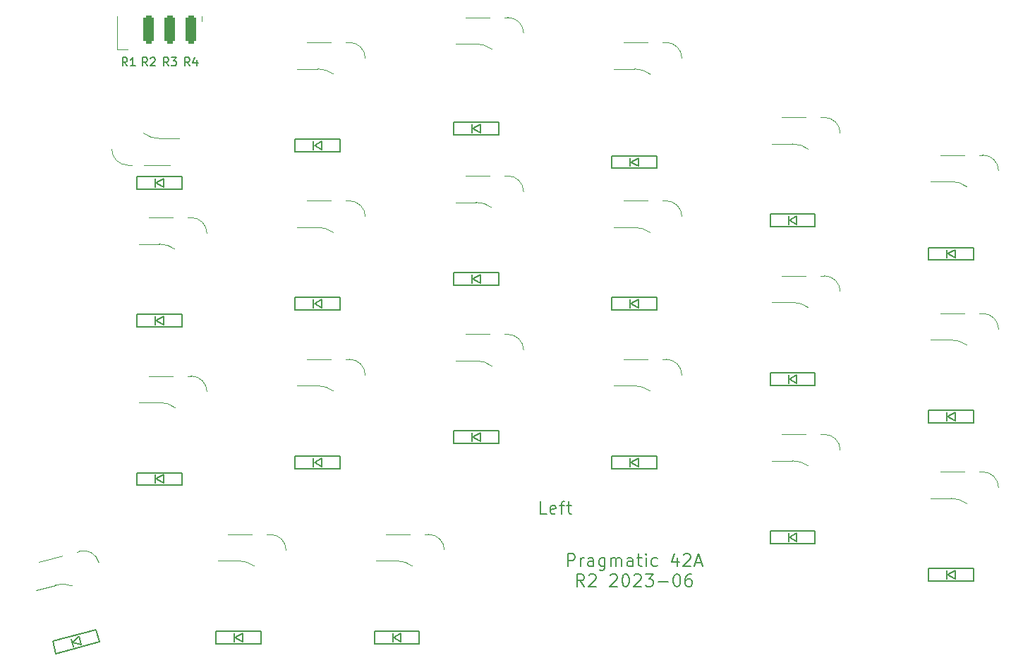
<source format=gto>
%TF.GenerationSoftware,KiCad,Pcbnew,7.0.2-0*%
%TF.CreationDate,2023-06-01T09:13:53+08:00*%
%TF.ProjectId,Input,496e7075-742e-46b6-9963-61645f706362,2*%
%TF.SameCoordinates,PX717cbc0PY58b1140*%
%TF.FileFunction,Legend,Top*%
%TF.FilePolarity,Positive*%
%FSLAX46Y46*%
G04 Gerber Fmt 4.6, Leading zero omitted, Abs format (unit mm)*
G04 Created by KiCad (PCBNEW 7.0.2-0) date 2023-06-01 09:13:53*
%MOMM*%
%LPD*%
G01*
G04 APERTURE LIST*
G04 Aperture macros list*
%AMRoundRect*
0 Rectangle with rounded corners*
0 $1 Rounding radius*
0 $2 $3 $4 $5 $6 $7 $8 $9 X,Y pos of 4 corners*
0 Add a 4 corners polygon primitive as box body*
4,1,4,$2,$3,$4,$5,$6,$7,$8,$9,$2,$3,0*
0 Add four circle primitives for the rounded corners*
1,1,$1+$1,$2,$3*
1,1,$1+$1,$4,$5*
1,1,$1+$1,$6,$7*
1,1,$1+$1,$8,$9*
0 Add four rect primitives between the rounded corners*
20,1,$1+$1,$2,$3,$4,$5,0*
20,1,$1+$1,$4,$5,$6,$7,0*
20,1,$1+$1,$6,$7,$8,$9,0*
20,1,$1+$1,$8,$9,$2,$3,0*%
%AMRotRect*
0 Rectangle, with rotation*
0 The origin of the aperture is its center*
0 $1 length*
0 $2 width*
0 $3 Rotation angle, in degrees counterclockwise*
0 Add horizontal line*
21,1,$1,$2,0,0,$3*%
G04 Aperture macros list end*
%ADD10C,0.150000*%
%ADD11C,0.200000*%
%ADD12C,0.120000*%
%ADD13C,1.900000*%
%ADD14C,3.000000*%
%ADD15C,4.000000*%
%ADD16R,2.550000X2.500000*%
%ADD17C,3.200000*%
%ADD18R,1.400000X1.000000*%
%ADD19RotRect,1.400000X1.000000X15.000000*%
%ADD20R,1.270000X3.429000*%
%ADD21RoundRect,0.317500X-0.317500X-1.397000X0.317500X-1.397000X0.317500X1.397000X-0.317500X1.397000X0*%
%ADD22RotRect,2.550000X2.500000X195.000000*%
%ADD23C,1.500000*%
G04 APERTURE END LIST*
D10*
X-1446667Y24537381D02*
X-1780000Y25013572D01*
X-2018095Y24537381D02*
X-2018095Y25537381D01*
X-2018095Y25537381D02*
X-1637143Y25537381D01*
X-1637143Y25537381D02*
X-1541905Y25489762D01*
X-1541905Y25489762D02*
X-1494286Y25442143D01*
X-1494286Y25442143D02*
X-1446667Y25346905D01*
X-1446667Y25346905D02*
X-1446667Y25204048D01*
X-1446667Y25204048D02*
X-1494286Y25108810D01*
X-1494286Y25108810D02*
X-1541905Y25061191D01*
X-1541905Y25061191D02*
X-1637143Y25013572D01*
X-1637143Y25013572D02*
X-2018095Y25013572D01*
X-1065714Y25442143D02*
X-1018095Y25489762D01*
X-1018095Y25489762D02*
X-922857Y25537381D01*
X-922857Y25537381D02*
X-684762Y25537381D01*
X-684762Y25537381D02*
X-589524Y25489762D01*
X-589524Y25489762D02*
X-541905Y25442143D01*
X-541905Y25442143D02*
X-494286Y25346905D01*
X-494286Y25346905D02*
X-494286Y25251667D01*
X-494286Y25251667D02*
X-541905Y25108810D01*
X-541905Y25108810D02*
X-1113333Y24537381D01*
X-1113333Y24537381D02*
X-494286Y24537381D01*
X-3859667Y24537381D02*
X-4193000Y25013572D01*
X-4431095Y24537381D02*
X-4431095Y25537381D01*
X-4431095Y25537381D02*
X-4050143Y25537381D01*
X-4050143Y25537381D02*
X-3954905Y25489762D01*
X-3954905Y25489762D02*
X-3907286Y25442143D01*
X-3907286Y25442143D02*
X-3859667Y25346905D01*
X-3859667Y25346905D02*
X-3859667Y25204048D01*
X-3859667Y25204048D02*
X-3907286Y25108810D01*
X-3907286Y25108810D02*
X-3954905Y25061191D01*
X-3954905Y25061191D02*
X-4050143Y25013572D01*
X-4050143Y25013572D02*
X-4431095Y25013572D01*
X-2907286Y24537381D02*
X-3478714Y24537381D01*
X-3193000Y24537381D02*
X-3193000Y25537381D01*
X-3193000Y25537381D02*
X-3288238Y25394524D01*
X-3288238Y25394524D02*
X-3383476Y25299286D01*
X-3383476Y25299286D02*
X-3478714Y25251667D01*
D11*
X49035714Y-35478928D02*
X49035714Y-33978928D01*
X49035714Y-33978928D02*
X49607143Y-33978928D01*
X49607143Y-33978928D02*
X49750000Y-34050357D01*
X49750000Y-34050357D02*
X49821429Y-34121785D01*
X49821429Y-34121785D02*
X49892857Y-34264642D01*
X49892857Y-34264642D02*
X49892857Y-34478928D01*
X49892857Y-34478928D02*
X49821429Y-34621785D01*
X49821429Y-34621785D02*
X49750000Y-34693214D01*
X49750000Y-34693214D02*
X49607143Y-34764642D01*
X49607143Y-34764642D02*
X49035714Y-34764642D01*
X50535714Y-35478928D02*
X50535714Y-34478928D01*
X50535714Y-34764642D02*
X50607143Y-34621785D01*
X50607143Y-34621785D02*
X50678572Y-34550357D01*
X50678572Y-34550357D02*
X50821429Y-34478928D01*
X50821429Y-34478928D02*
X50964286Y-34478928D01*
X52107143Y-35478928D02*
X52107143Y-34693214D01*
X52107143Y-34693214D02*
X52035714Y-34550357D01*
X52035714Y-34550357D02*
X51892857Y-34478928D01*
X51892857Y-34478928D02*
X51607143Y-34478928D01*
X51607143Y-34478928D02*
X51464285Y-34550357D01*
X52107143Y-35407500D02*
X51964285Y-35478928D01*
X51964285Y-35478928D02*
X51607143Y-35478928D01*
X51607143Y-35478928D02*
X51464285Y-35407500D01*
X51464285Y-35407500D02*
X51392857Y-35264642D01*
X51392857Y-35264642D02*
X51392857Y-35121785D01*
X51392857Y-35121785D02*
X51464285Y-34978928D01*
X51464285Y-34978928D02*
X51607143Y-34907500D01*
X51607143Y-34907500D02*
X51964285Y-34907500D01*
X51964285Y-34907500D02*
X52107143Y-34836071D01*
X53464286Y-34478928D02*
X53464286Y-35693214D01*
X53464286Y-35693214D02*
X53392857Y-35836071D01*
X53392857Y-35836071D02*
X53321428Y-35907500D01*
X53321428Y-35907500D02*
X53178571Y-35978928D01*
X53178571Y-35978928D02*
X52964286Y-35978928D01*
X52964286Y-35978928D02*
X52821428Y-35907500D01*
X53464286Y-35407500D02*
X53321428Y-35478928D01*
X53321428Y-35478928D02*
X53035714Y-35478928D01*
X53035714Y-35478928D02*
X52892857Y-35407500D01*
X52892857Y-35407500D02*
X52821428Y-35336071D01*
X52821428Y-35336071D02*
X52750000Y-35193214D01*
X52750000Y-35193214D02*
X52750000Y-34764642D01*
X52750000Y-34764642D02*
X52821428Y-34621785D01*
X52821428Y-34621785D02*
X52892857Y-34550357D01*
X52892857Y-34550357D02*
X53035714Y-34478928D01*
X53035714Y-34478928D02*
X53321428Y-34478928D01*
X53321428Y-34478928D02*
X53464286Y-34550357D01*
X54178571Y-35478928D02*
X54178571Y-34478928D01*
X54178571Y-34621785D02*
X54250000Y-34550357D01*
X54250000Y-34550357D02*
X54392857Y-34478928D01*
X54392857Y-34478928D02*
X54607143Y-34478928D01*
X54607143Y-34478928D02*
X54750000Y-34550357D01*
X54750000Y-34550357D02*
X54821429Y-34693214D01*
X54821429Y-34693214D02*
X54821429Y-35478928D01*
X54821429Y-34693214D02*
X54892857Y-34550357D01*
X54892857Y-34550357D02*
X55035714Y-34478928D01*
X55035714Y-34478928D02*
X55250000Y-34478928D01*
X55250000Y-34478928D02*
X55392857Y-34550357D01*
X55392857Y-34550357D02*
X55464286Y-34693214D01*
X55464286Y-34693214D02*
X55464286Y-35478928D01*
X56821429Y-35478928D02*
X56821429Y-34693214D01*
X56821429Y-34693214D02*
X56750000Y-34550357D01*
X56750000Y-34550357D02*
X56607143Y-34478928D01*
X56607143Y-34478928D02*
X56321429Y-34478928D01*
X56321429Y-34478928D02*
X56178571Y-34550357D01*
X56821429Y-35407500D02*
X56678571Y-35478928D01*
X56678571Y-35478928D02*
X56321429Y-35478928D01*
X56321429Y-35478928D02*
X56178571Y-35407500D01*
X56178571Y-35407500D02*
X56107143Y-35264642D01*
X56107143Y-35264642D02*
X56107143Y-35121785D01*
X56107143Y-35121785D02*
X56178571Y-34978928D01*
X56178571Y-34978928D02*
X56321429Y-34907500D01*
X56321429Y-34907500D02*
X56678571Y-34907500D01*
X56678571Y-34907500D02*
X56821429Y-34836071D01*
X57321429Y-34478928D02*
X57892857Y-34478928D01*
X57535714Y-33978928D02*
X57535714Y-35264642D01*
X57535714Y-35264642D02*
X57607143Y-35407500D01*
X57607143Y-35407500D02*
X57750000Y-35478928D01*
X57750000Y-35478928D02*
X57892857Y-35478928D01*
X58392857Y-35478928D02*
X58392857Y-34478928D01*
X58392857Y-33978928D02*
X58321429Y-34050357D01*
X58321429Y-34050357D02*
X58392857Y-34121785D01*
X58392857Y-34121785D02*
X58464286Y-34050357D01*
X58464286Y-34050357D02*
X58392857Y-33978928D01*
X58392857Y-33978928D02*
X58392857Y-34121785D01*
X59750001Y-35407500D02*
X59607143Y-35478928D01*
X59607143Y-35478928D02*
X59321429Y-35478928D01*
X59321429Y-35478928D02*
X59178572Y-35407500D01*
X59178572Y-35407500D02*
X59107143Y-35336071D01*
X59107143Y-35336071D02*
X59035715Y-35193214D01*
X59035715Y-35193214D02*
X59035715Y-34764642D01*
X59035715Y-34764642D02*
X59107143Y-34621785D01*
X59107143Y-34621785D02*
X59178572Y-34550357D01*
X59178572Y-34550357D02*
X59321429Y-34478928D01*
X59321429Y-34478928D02*
X59607143Y-34478928D01*
X59607143Y-34478928D02*
X59750001Y-34550357D01*
X62178572Y-34478928D02*
X62178572Y-35478928D01*
X61821429Y-33907500D02*
X61464286Y-34978928D01*
X61464286Y-34978928D02*
X62392857Y-34978928D01*
X62892857Y-34121785D02*
X62964285Y-34050357D01*
X62964285Y-34050357D02*
X63107143Y-33978928D01*
X63107143Y-33978928D02*
X63464285Y-33978928D01*
X63464285Y-33978928D02*
X63607143Y-34050357D01*
X63607143Y-34050357D02*
X63678571Y-34121785D01*
X63678571Y-34121785D02*
X63750000Y-34264642D01*
X63750000Y-34264642D02*
X63750000Y-34407500D01*
X63750000Y-34407500D02*
X63678571Y-34621785D01*
X63678571Y-34621785D02*
X62821428Y-35478928D01*
X62821428Y-35478928D02*
X63750000Y-35478928D01*
X64321428Y-35050357D02*
X65035714Y-35050357D01*
X64178571Y-35478928D02*
X64678571Y-33978928D01*
X64678571Y-33978928D02*
X65178571Y-35478928D01*
X50964287Y-37908928D02*
X50464287Y-37194642D01*
X50107144Y-37908928D02*
X50107144Y-36408928D01*
X50107144Y-36408928D02*
X50678573Y-36408928D01*
X50678573Y-36408928D02*
X50821430Y-36480357D01*
X50821430Y-36480357D02*
X50892859Y-36551785D01*
X50892859Y-36551785D02*
X50964287Y-36694642D01*
X50964287Y-36694642D02*
X50964287Y-36908928D01*
X50964287Y-36908928D02*
X50892859Y-37051785D01*
X50892859Y-37051785D02*
X50821430Y-37123214D01*
X50821430Y-37123214D02*
X50678573Y-37194642D01*
X50678573Y-37194642D02*
X50107144Y-37194642D01*
X51535716Y-36551785D02*
X51607144Y-36480357D01*
X51607144Y-36480357D02*
X51750002Y-36408928D01*
X51750002Y-36408928D02*
X52107144Y-36408928D01*
X52107144Y-36408928D02*
X52250002Y-36480357D01*
X52250002Y-36480357D02*
X52321430Y-36551785D01*
X52321430Y-36551785D02*
X52392859Y-36694642D01*
X52392859Y-36694642D02*
X52392859Y-36837500D01*
X52392859Y-36837500D02*
X52321430Y-37051785D01*
X52321430Y-37051785D02*
X51464287Y-37908928D01*
X51464287Y-37908928D02*
X52392859Y-37908928D01*
X54107144Y-36551785D02*
X54178572Y-36480357D01*
X54178572Y-36480357D02*
X54321430Y-36408928D01*
X54321430Y-36408928D02*
X54678572Y-36408928D01*
X54678572Y-36408928D02*
X54821430Y-36480357D01*
X54821430Y-36480357D02*
X54892858Y-36551785D01*
X54892858Y-36551785D02*
X54964287Y-36694642D01*
X54964287Y-36694642D02*
X54964287Y-36837500D01*
X54964287Y-36837500D02*
X54892858Y-37051785D01*
X54892858Y-37051785D02*
X54035715Y-37908928D01*
X54035715Y-37908928D02*
X54964287Y-37908928D01*
X55892858Y-36408928D02*
X56035715Y-36408928D01*
X56035715Y-36408928D02*
X56178572Y-36480357D01*
X56178572Y-36480357D02*
X56250001Y-36551785D01*
X56250001Y-36551785D02*
X56321429Y-36694642D01*
X56321429Y-36694642D02*
X56392858Y-36980357D01*
X56392858Y-36980357D02*
X56392858Y-37337500D01*
X56392858Y-37337500D02*
X56321429Y-37623214D01*
X56321429Y-37623214D02*
X56250001Y-37766071D01*
X56250001Y-37766071D02*
X56178572Y-37837500D01*
X56178572Y-37837500D02*
X56035715Y-37908928D01*
X56035715Y-37908928D02*
X55892858Y-37908928D01*
X55892858Y-37908928D02*
X55750001Y-37837500D01*
X55750001Y-37837500D02*
X55678572Y-37766071D01*
X55678572Y-37766071D02*
X55607143Y-37623214D01*
X55607143Y-37623214D02*
X55535715Y-37337500D01*
X55535715Y-37337500D02*
X55535715Y-36980357D01*
X55535715Y-36980357D02*
X55607143Y-36694642D01*
X55607143Y-36694642D02*
X55678572Y-36551785D01*
X55678572Y-36551785D02*
X55750001Y-36480357D01*
X55750001Y-36480357D02*
X55892858Y-36408928D01*
X56964286Y-36551785D02*
X57035714Y-36480357D01*
X57035714Y-36480357D02*
X57178572Y-36408928D01*
X57178572Y-36408928D02*
X57535714Y-36408928D01*
X57535714Y-36408928D02*
X57678572Y-36480357D01*
X57678572Y-36480357D02*
X57750000Y-36551785D01*
X57750000Y-36551785D02*
X57821429Y-36694642D01*
X57821429Y-36694642D02*
X57821429Y-36837500D01*
X57821429Y-36837500D02*
X57750000Y-37051785D01*
X57750000Y-37051785D02*
X56892857Y-37908928D01*
X56892857Y-37908928D02*
X57821429Y-37908928D01*
X58321428Y-36408928D02*
X59250000Y-36408928D01*
X59250000Y-36408928D02*
X58750000Y-36980357D01*
X58750000Y-36980357D02*
X58964285Y-36980357D01*
X58964285Y-36980357D02*
X59107143Y-37051785D01*
X59107143Y-37051785D02*
X59178571Y-37123214D01*
X59178571Y-37123214D02*
X59250000Y-37266071D01*
X59250000Y-37266071D02*
X59250000Y-37623214D01*
X59250000Y-37623214D02*
X59178571Y-37766071D01*
X59178571Y-37766071D02*
X59107143Y-37837500D01*
X59107143Y-37837500D02*
X58964285Y-37908928D01*
X58964285Y-37908928D02*
X58535714Y-37908928D01*
X58535714Y-37908928D02*
X58392857Y-37837500D01*
X58392857Y-37837500D02*
X58321428Y-37766071D01*
X59892856Y-37337500D02*
X61035714Y-37337500D01*
X62035714Y-36408928D02*
X62178571Y-36408928D01*
X62178571Y-36408928D02*
X62321428Y-36480357D01*
X62321428Y-36480357D02*
X62392857Y-36551785D01*
X62392857Y-36551785D02*
X62464285Y-36694642D01*
X62464285Y-36694642D02*
X62535714Y-36980357D01*
X62535714Y-36980357D02*
X62535714Y-37337500D01*
X62535714Y-37337500D02*
X62464285Y-37623214D01*
X62464285Y-37623214D02*
X62392857Y-37766071D01*
X62392857Y-37766071D02*
X62321428Y-37837500D01*
X62321428Y-37837500D02*
X62178571Y-37908928D01*
X62178571Y-37908928D02*
X62035714Y-37908928D01*
X62035714Y-37908928D02*
X61892857Y-37837500D01*
X61892857Y-37837500D02*
X61821428Y-37766071D01*
X61821428Y-37766071D02*
X61749999Y-37623214D01*
X61749999Y-37623214D02*
X61678571Y-37337500D01*
X61678571Y-37337500D02*
X61678571Y-36980357D01*
X61678571Y-36980357D02*
X61749999Y-36694642D01*
X61749999Y-36694642D02*
X61821428Y-36551785D01*
X61821428Y-36551785D02*
X61892857Y-36480357D01*
X61892857Y-36480357D02*
X62035714Y-36408928D01*
X63821428Y-36408928D02*
X63535713Y-36408928D01*
X63535713Y-36408928D02*
X63392856Y-36480357D01*
X63392856Y-36480357D02*
X63321428Y-36551785D01*
X63321428Y-36551785D02*
X63178570Y-36766071D01*
X63178570Y-36766071D02*
X63107142Y-37051785D01*
X63107142Y-37051785D02*
X63107142Y-37623214D01*
X63107142Y-37623214D02*
X63178570Y-37766071D01*
X63178570Y-37766071D02*
X63249999Y-37837500D01*
X63249999Y-37837500D02*
X63392856Y-37908928D01*
X63392856Y-37908928D02*
X63678570Y-37908928D01*
X63678570Y-37908928D02*
X63821428Y-37837500D01*
X63821428Y-37837500D02*
X63892856Y-37766071D01*
X63892856Y-37766071D02*
X63964285Y-37623214D01*
X63964285Y-37623214D02*
X63964285Y-37266071D01*
X63964285Y-37266071D02*
X63892856Y-37123214D01*
X63892856Y-37123214D02*
X63821428Y-37051785D01*
X63821428Y-37051785D02*
X63678570Y-36980357D01*
X63678570Y-36980357D02*
X63392856Y-36980357D01*
X63392856Y-36980357D02*
X63249999Y-37051785D01*
X63249999Y-37051785D02*
X63178570Y-37123214D01*
X63178570Y-37123214D02*
X63107142Y-37266071D01*
D10*
X3633333Y24537381D02*
X3300000Y25013572D01*
X3061905Y24537381D02*
X3061905Y25537381D01*
X3061905Y25537381D02*
X3442857Y25537381D01*
X3442857Y25537381D02*
X3538095Y25489762D01*
X3538095Y25489762D02*
X3585714Y25442143D01*
X3585714Y25442143D02*
X3633333Y25346905D01*
X3633333Y25346905D02*
X3633333Y25204048D01*
X3633333Y25204048D02*
X3585714Y25108810D01*
X3585714Y25108810D02*
X3538095Y25061191D01*
X3538095Y25061191D02*
X3442857Y25013572D01*
X3442857Y25013572D02*
X3061905Y25013572D01*
X4490476Y25204048D02*
X4490476Y24537381D01*
X4252381Y25585000D02*
X4014286Y24870715D01*
X4014286Y24870715D02*
X4633333Y24870715D01*
X1093333Y24537381D02*
X760000Y25013572D01*
X521905Y24537381D02*
X521905Y25537381D01*
X521905Y25537381D02*
X902857Y25537381D01*
X902857Y25537381D02*
X998095Y25489762D01*
X998095Y25489762D02*
X1045714Y25442143D01*
X1045714Y25442143D02*
X1093333Y25346905D01*
X1093333Y25346905D02*
X1093333Y25204048D01*
X1093333Y25204048D02*
X1045714Y25108810D01*
X1045714Y25108810D02*
X998095Y25061191D01*
X998095Y25061191D02*
X902857Y25013572D01*
X902857Y25013572D02*
X521905Y25013572D01*
X1426667Y25537381D02*
X2045714Y25537381D01*
X2045714Y25537381D02*
X1712381Y25156429D01*
X1712381Y25156429D02*
X1855238Y25156429D01*
X1855238Y25156429D02*
X1950476Y25108810D01*
X1950476Y25108810D02*
X1998095Y25061191D01*
X1998095Y25061191D02*
X2045714Y24965953D01*
X2045714Y24965953D02*
X2045714Y24727858D01*
X2045714Y24727858D02*
X1998095Y24632620D01*
X1998095Y24632620D02*
X1950476Y24585000D01*
X1950476Y24585000D02*
X1855238Y24537381D01*
X1855238Y24537381D02*
X1569524Y24537381D01*
X1569524Y24537381D02*
X1474286Y24585000D01*
X1474286Y24585000D02*
X1426667Y24632620D01*
D11*
X46464285Y-29193928D02*
X45749999Y-29193928D01*
X45749999Y-29193928D02*
X45749999Y-27693928D01*
X47535714Y-29122500D02*
X47392857Y-29193928D01*
X47392857Y-29193928D02*
X47107143Y-29193928D01*
X47107143Y-29193928D02*
X46964285Y-29122500D01*
X46964285Y-29122500D02*
X46892857Y-28979642D01*
X46892857Y-28979642D02*
X46892857Y-28408214D01*
X46892857Y-28408214D02*
X46964285Y-28265357D01*
X46964285Y-28265357D02*
X47107143Y-28193928D01*
X47107143Y-28193928D02*
X47392857Y-28193928D01*
X47392857Y-28193928D02*
X47535714Y-28265357D01*
X47535714Y-28265357D02*
X47607143Y-28408214D01*
X47607143Y-28408214D02*
X47607143Y-28551071D01*
X47607143Y-28551071D02*
X46892857Y-28693928D01*
X48035714Y-28193928D02*
X48607142Y-28193928D01*
X48249999Y-29193928D02*
X48249999Y-27908214D01*
X48249999Y-27908214D02*
X48321428Y-27765357D01*
X48321428Y-27765357D02*
X48464285Y-27693928D01*
X48464285Y-27693928D02*
X48607142Y-27693928D01*
X48892857Y-28193928D02*
X49464285Y-28193928D01*
X49107142Y-27693928D02*
X49107142Y-28979642D01*
X49107142Y-28979642D02*
X49178571Y-29122500D01*
X49178571Y-29122500D02*
X49321428Y-29193928D01*
X49321428Y-29193928D02*
X49464285Y-29193928D01*
D12*
%TO.C,SW17*%
X19000000Y24175000D02*
X15190000Y24175000D01*
X22810000Y27350000D02*
X17730000Y27350000D01*
X20905000Y23540000D02*
G75*
G03*
X19000000Y24175000I-1905003J-2540009D01*
G01*
X24715000Y25445000D02*
G75*
G03*
X22810000Y27350000I-1905000J0D01*
G01*
%TO.C,SW29*%
X19000000Y5175000D02*
X15190000Y5175000D01*
X22810000Y8350000D02*
X17730000Y8350000D01*
X20905000Y4540000D02*
G75*
G03*
X19000000Y5175000I-1905003J-2540009D01*
G01*
X24715000Y6445000D02*
G75*
G03*
X22810000Y8350000I-1905000J0D01*
G01*
D10*
%TO.C,D27*%
X54300000Y-3250000D02*
X54300000Y-4750000D01*
X54300000Y-4750000D02*
X59700000Y-4750000D01*
X56500000Y-3500000D02*
X56500000Y-4500000D01*
X56600000Y-4000000D02*
X57500000Y-3500000D01*
X57500000Y-3500000D02*
X57500000Y-4500000D01*
X57500000Y-4500000D02*
X56600000Y-4000000D01*
X59700000Y-3250000D02*
X54300000Y-3250000D01*
X59700000Y-3250000D02*
X59700000Y-4750000D01*
%TO.C,D18*%
X-2700000Y11250000D02*
X-2700000Y9750000D01*
X-2700000Y9750000D02*
X2700000Y9750000D01*
X-500000Y11000000D02*
X-500000Y10000000D01*
X-400000Y10500000D02*
X500000Y11000000D01*
X500000Y11000000D02*
X500000Y10000000D01*
X500000Y10000000D02*
X-400000Y10500000D01*
X2700000Y11250000D02*
X-2700000Y11250000D01*
X2700000Y11250000D02*
X2700000Y9750000D01*
D12*
%TO.C,SW15*%
X57000000Y24175000D02*
X53190000Y24175000D01*
X60810000Y27350000D02*
X55730000Y27350000D01*
X58905000Y23540000D02*
G75*
G03*
X57000000Y24175000I-1905003J-2540009D01*
G01*
X62715000Y25445000D02*
G75*
G03*
X60810000Y27350000I-1905000J0D01*
G01*
D10*
%TO.C,D15*%
X54300000Y13750000D02*
X54300000Y12250000D01*
X54300000Y12250000D02*
X59700000Y12250000D01*
X56500000Y13500000D02*
X56500000Y12500000D01*
X56600000Y13000000D02*
X57500000Y13500000D01*
X57500000Y13500000D02*
X57500000Y12500000D01*
X57500000Y12500000D02*
X56600000Y13000000D01*
X59700000Y13750000D02*
X54300000Y13750000D01*
X59700000Y13750000D02*
X59700000Y12250000D01*
%TO.C,D37*%
X92300000Y-35750000D02*
X92300000Y-37250000D01*
X92300000Y-37250000D02*
X97700000Y-37250000D01*
X94500000Y-36000000D02*
X94500000Y-37000000D01*
X94600000Y-36500000D02*
X95500000Y-36000000D01*
X95500000Y-36000000D02*
X95500000Y-37000000D01*
X95500000Y-37000000D02*
X94600000Y-36500000D01*
X97700000Y-35750000D02*
X92300000Y-35750000D01*
X97700000Y-35750000D02*
X97700000Y-37250000D01*
%TO.C,D52*%
X25800016Y-43250000D02*
X25800016Y-44750000D01*
X25800016Y-44750000D02*
X31200016Y-44750000D01*
X28000016Y-43500000D02*
X28000016Y-44500000D01*
X28100016Y-44000000D02*
X29000016Y-43500000D01*
X29000016Y-43500000D02*
X29000016Y-44500000D01*
X29000016Y-44500000D02*
X28100016Y-44000000D01*
X31200016Y-43250000D02*
X25800016Y-43250000D01*
X31200016Y-43250000D02*
X31200016Y-44750000D01*
%TO.C,D16*%
X35300000Y17750000D02*
X35300000Y16250000D01*
X35300000Y16250000D02*
X40700000Y16250000D01*
X37500000Y17500000D02*
X37500000Y16500000D01*
X37600000Y17000000D02*
X38500000Y17500000D01*
X38500000Y17500000D02*
X38500000Y16500000D01*
X38500000Y16500000D02*
X37600000Y17000000D01*
X40700000Y17750000D02*
X35300000Y17750000D01*
X40700000Y17750000D02*
X40700000Y16250000D01*
D12*
%TO.C,SW26*%
X76000000Y-3825000D02*
X72190000Y-3825000D01*
X79810000Y-650000D02*
X74730000Y-650000D01*
X77905000Y-4460000D02*
G75*
G03*
X76000000Y-3825000I-1905003J-2540009D01*
G01*
X81715000Y-2555000D02*
G75*
G03*
X79810000Y-650000I-1905000J0D01*
G01*
%TO.C,SW38*%
X76000000Y-22825000D02*
X72190000Y-22825000D01*
X79810000Y-19650000D02*
X74730000Y-19650000D01*
X77905000Y-23460000D02*
G75*
G03*
X76000000Y-22825000I-1905003J-2540009D01*
G01*
X81715000Y-21555000D02*
G75*
G03*
X79810000Y-19650000I-1905000J0D01*
G01*
D10*
%TO.C,D54*%
X-12802114Y-44474367D02*
X-12413885Y-45923256D01*
X-12413885Y-45923256D02*
X-7197886Y-44525633D01*
X-10612372Y-44146447D02*
X-10353553Y-45112372D01*
X-10386370Y-44603528D02*
X-9646447Y-43887628D01*
X-9646447Y-43887628D02*
X-9387628Y-44853553D01*
X-9387628Y-44853553D02*
X-10386370Y-44603528D01*
X-7586115Y-43076744D02*
X-12802114Y-44474367D01*
X-7586115Y-43076744D02*
X-7197886Y-44525633D01*
D12*
%TO.C,SW27*%
X57000000Y5175000D02*
X53190000Y5175000D01*
X60810000Y8350000D02*
X55730000Y8350000D01*
X58905000Y4540000D02*
G75*
G03*
X57000000Y5175000I-1905003J-2540009D01*
G01*
X62715000Y6445000D02*
G75*
G03*
X60810000Y8350000I-1905000J0D01*
G01*
D10*
%TO.C,D53*%
X6800000Y-43250000D02*
X6800000Y-44750000D01*
X6800000Y-44750000D02*
X12200000Y-44750000D01*
X9000000Y-43500000D02*
X9000000Y-44500000D01*
X9100000Y-44000000D02*
X10000000Y-43500000D01*
X10000000Y-43500000D02*
X10000000Y-44500000D01*
X10000000Y-44500000D02*
X9100000Y-44000000D01*
X12200000Y-43250000D02*
X6800000Y-43250000D01*
X12200000Y-43250000D02*
X12200000Y-44750000D01*
%TO.C,D39*%
X54300000Y-22250000D02*
X54300000Y-23750000D01*
X54300000Y-23750000D02*
X59700000Y-23750000D01*
X56500000Y-22500000D02*
X56500000Y-23500000D01*
X56600000Y-23000000D02*
X57500000Y-22500000D01*
X57500000Y-22500000D02*
X57500000Y-23500000D01*
X57500000Y-23500000D02*
X56600000Y-23000000D01*
X59700000Y-22250000D02*
X54300000Y-22250000D01*
X59700000Y-22250000D02*
X59700000Y-23750000D01*
D12*
%TO.C,SW52*%
X28500000Y-34825000D02*
X24690000Y-34825000D01*
X32310000Y-31650000D02*
X27230000Y-31650000D01*
X30405000Y-35460000D02*
G75*
G03*
X28500000Y-34825000I-1905003J-2540009D01*
G01*
X34215000Y-33555000D02*
G75*
G03*
X32310000Y-31650000I-1905000J0D01*
G01*
D10*
%TO.C,D42*%
X-2700000Y-24250000D02*
X-2700000Y-25750000D01*
X-2700000Y-25750000D02*
X2700000Y-25750000D01*
X-500000Y-24500000D02*
X-500000Y-25500000D01*
X-400000Y-25000000D02*
X500000Y-24500000D01*
X500000Y-24500000D02*
X500000Y-25500000D01*
X500000Y-25500000D02*
X-400000Y-25000000D01*
X2700000Y-24250000D02*
X-2700000Y-24250000D01*
X2700000Y-24250000D02*
X2700000Y-25750000D01*
%TO.C,D30*%
X-2700000Y-5250000D02*
X-2700000Y-6750000D01*
X-2700000Y-6750000D02*
X2700000Y-6750000D01*
X-500000Y-5500000D02*
X-500000Y-6500000D01*
X-400000Y-6000000D02*
X500000Y-5500000D01*
X500000Y-5500000D02*
X500000Y-6500000D01*
X500000Y-6500000D02*
X-400000Y-6000000D01*
X2700000Y-5250000D02*
X-2700000Y-5250000D01*
X2700000Y-5250000D02*
X2700000Y-6750000D01*
D12*
%TO.C,SW13*%
X95000000Y10675000D02*
X91190000Y10675000D01*
X98810000Y13850000D02*
X93730000Y13850000D01*
X96905000Y10040000D02*
G75*
G03*
X95000000Y10675000I-1905003J-2540009D01*
G01*
X100715000Y11945000D02*
G75*
G03*
X98810000Y13850000I-1905000J0D01*
G01*
D10*
%TO.C,D28*%
X35300000Y-250000D02*
X35300000Y-1750000D01*
X35300000Y-1750000D02*
X40700000Y-1750000D01*
X37500000Y-500000D02*
X37500000Y-1500000D01*
X37600000Y-1000000D02*
X38500000Y-500000D01*
X38500000Y-500000D02*
X38500000Y-1500000D01*
X38500000Y-1500000D02*
X37600000Y-1000000D01*
X40700000Y-250000D02*
X35300000Y-250000D01*
X40700000Y-250000D02*
X40700000Y-1750000D01*
D12*
%TO.C,SW28*%
X38000000Y8175000D02*
X34190000Y8175000D01*
X41810000Y11350000D02*
X36730000Y11350000D01*
X39905000Y7540000D02*
G75*
G03*
X38000000Y8175000I-1905003J-2540009D01*
G01*
X43715000Y9445000D02*
G75*
G03*
X41810000Y11350000I-1905000J0D01*
G01*
D10*
%TO.C,D13*%
X92300000Y2750000D02*
X92300000Y1250000D01*
X92300000Y1250000D02*
X97700000Y1250000D01*
X94500000Y2500000D02*
X94500000Y1500000D01*
X94600000Y2000000D02*
X95500000Y2500000D01*
X95500000Y2500000D02*
X95500000Y1500000D01*
X95500000Y1500000D02*
X94600000Y2000000D01*
X97700000Y2750000D02*
X92300000Y2750000D01*
X97700000Y2750000D02*
X97700000Y1250000D01*
D12*
%TO.C,SW42*%
X0Y-15825000D02*
X-3810000Y-15825000D01*
X3810000Y-12650000D02*
X-1270000Y-12650000D01*
X1905000Y-16460000D02*
G75*
G03*
X0Y-15825000I-1905003J-2540009D01*
G01*
X5715000Y-14555000D02*
G75*
G03*
X3810000Y-12650000I-1905000J0D01*
G01*
%TO.C,SW14*%
X76000000Y15175000D02*
X72190000Y15175000D01*
X79810000Y18350000D02*
X74730000Y18350000D01*
X77905000Y14540000D02*
G75*
G03*
X76000000Y15175000I-1905003J-2540009D01*
G01*
X81715000Y16445000D02*
G75*
G03*
X79810000Y18350000I-1905000J0D01*
G01*
%TO.C,SW30*%
X0Y3175000D02*
X-3810000Y3175000D01*
X3810000Y6350000D02*
X-1270000Y6350000D01*
X1905000Y2540000D02*
G75*
G03*
X0Y3175000I-1905003J-2540009D01*
G01*
X5715000Y4445000D02*
G75*
G03*
X3810000Y6350000I-1905000J0D01*
G01*
%TO.C,J1*%
X5080000Y29865000D02*
X5080000Y30500000D01*
X-3810000Y26500000D02*
X-5080000Y26500000D01*
X-5080000Y26500000D02*
X-5080000Y30500000D01*
D10*
%TO.C,D26*%
X73300000Y-12250000D02*
X73300000Y-13750000D01*
X73300000Y-13750000D02*
X78700000Y-13750000D01*
X75500000Y-12500000D02*
X75500000Y-13500000D01*
X75600000Y-13000000D02*
X76500000Y-12500000D01*
X76500000Y-12500000D02*
X76500000Y-13500000D01*
X76500000Y-13500000D02*
X75600000Y-13000000D01*
X78700000Y-12250000D02*
X73300000Y-12250000D01*
X78700000Y-12250000D02*
X78700000Y-13750000D01*
D12*
%TO.C,SW53*%
X9500000Y-34825000D02*
X5690000Y-34825000D01*
X13310000Y-31650000D02*
X8230000Y-31650000D01*
X11405000Y-35460000D02*
G75*
G03*
X9500000Y-34825000I-1905003J-2540009D01*
G01*
X15215000Y-33555000D02*
G75*
G03*
X13310000Y-31650000I-1905000J0D01*
G01*
%TO.C,SW18*%
X0Y15825000D02*
X3810000Y15825000D01*
X-3810000Y12650000D02*
X1270000Y12650000D01*
X-1905000Y16460000D02*
G75*
G03*
X0Y15825000I1905003J2540009D01*
G01*
X-5715000Y14555000D02*
G75*
G03*
X-3810000Y12650000I1905000J0D01*
G01*
%TO.C,SW40*%
X38000000Y-10825000D02*
X34190000Y-10825000D01*
X41810000Y-7650000D02*
X36730000Y-7650000D01*
X39905000Y-11460000D02*
G75*
G03*
X38000000Y-10825000I-1905003J-2540009D01*
G01*
X43715000Y-9555000D02*
G75*
G03*
X41810000Y-7650000I-1905000J0D01*
G01*
%TO.C,SW41*%
X19000000Y-13825000D02*
X15190000Y-13825000D01*
X22810000Y-10650000D02*
X17730000Y-10650000D01*
X20905000Y-14460000D02*
G75*
G03*
X19000000Y-13825000I-1905003J-2540009D01*
G01*
X24715000Y-12555000D02*
G75*
G03*
X22810000Y-10650000I-1905000J0D01*
G01*
D10*
%TO.C,D14*%
X73300000Y6750000D02*
X73300000Y5250000D01*
X73300000Y5250000D02*
X78700000Y5250000D01*
X75500000Y6500000D02*
X75500000Y5500000D01*
X75600000Y6000000D02*
X76500000Y6500000D01*
X76500000Y6500000D02*
X76500000Y5500000D01*
X76500000Y5500000D02*
X75600000Y6000000D01*
X78700000Y6750000D02*
X73300000Y6750000D01*
X78700000Y6750000D02*
X78700000Y5250000D01*
%TO.C,D17*%
X16300000Y15750000D02*
X16300000Y14250000D01*
X16300000Y14250000D02*
X21700000Y14250000D01*
X18500000Y15500000D02*
X18500000Y14500000D01*
X18600000Y15000000D02*
X19500000Y15500000D01*
X19500000Y15500000D02*
X19500000Y14500000D01*
X19500000Y14500000D02*
X18600000Y15000000D01*
X21700000Y15750000D02*
X16300000Y15750000D01*
X21700000Y15750000D02*
X21700000Y14250000D01*
D12*
%TO.C,SW39*%
X57000000Y-13825000D02*
X53190000Y-13825000D01*
X60810000Y-10650000D02*
X55730000Y-10650000D01*
X58905000Y-14460000D02*
G75*
G03*
X57000000Y-13825000I-1905003J-2540009D01*
G01*
X62715000Y-12555000D02*
G75*
G03*
X60810000Y-10650000I-1905000J0D01*
G01*
D10*
%TO.C,D40*%
X35300000Y-19250000D02*
X35300000Y-20750000D01*
X35300000Y-20750000D02*
X40700000Y-20750000D01*
X37500000Y-19500000D02*
X37500000Y-20500000D01*
X37600000Y-20000000D02*
X38500000Y-19500000D01*
X38500000Y-19500000D02*
X38500000Y-20500000D01*
X38500000Y-20500000D02*
X37600000Y-20000000D01*
X40700000Y-19250000D02*
X35300000Y-19250000D01*
X40700000Y-19250000D02*
X40700000Y-20750000D01*
D12*
%TO.C,SW25*%
X95000000Y-8325000D02*
X91190000Y-8325000D01*
X98810000Y-5150000D02*
X93730000Y-5150000D01*
X96905000Y-8960000D02*
G75*
G03*
X95000000Y-8325000I-1905003J-2540009D01*
G01*
X100715000Y-7055000D02*
G75*
G03*
X98810000Y-5150000I-1905000J0D01*
G01*
D10*
%TO.C,D29*%
X16300000Y-3250000D02*
X16300000Y-4750000D01*
X16300000Y-4750000D02*
X21700000Y-4750000D01*
X18500000Y-3500000D02*
X18500000Y-4500000D01*
X18600000Y-4000000D02*
X19500000Y-3500000D01*
X19500000Y-3500000D02*
X19500000Y-4500000D01*
X19500000Y-4500000D02*
X18600000Y-4000000D01*
X21700000Y-3250000D02*
X16300000Y-3250000D01*
X21700000Y-3250000D02*
X21700000Y-4750000D01*
%TO.C,D25*%
X92300000Y-16750000D02*
X92300000Y-18250000D01*
X92300000Y-18250000D02*
X97700000Y-18250000D01*
X94500000Y-17000000D02*
X94500000Y-18000000D01*
X94600000Y-17500000D02*
X95500000Y-17000000D01*
X95500000Y-17000000D02*
X95500000Y-18000000D01*
X95500000Y-18000000D02*
X94600000Y-17500000D01*
X97700000Y-16750000D02*
X92300000Y-16750000D01*
X97700000Y-16750000D02*
X97700000Y-18250000D01*
D12*
%TO.C,SW16*%
X38000000Y27175000D02*
X34190000Y27175000D01*
X41810000Y30350000D02*
X36730000Y30350000D01*
X39905000Y26540000D02*
G75*
G03*
X38000000Y27175000I-1905003J-2540009D01*
G01*
X43715000Y28445000D02*
G75*
G03*
X41810000Y30350000I-1905000J0D01*
G01*
%TO.C,SW54*%
X-12456750Y-37715186D02*
X-16136928Y-38701286D01*
X-9598324Y-33662270D02*
X-14505227Y-34977071D01*
X-10452313Y-37835500D02*
G75*
G03*
X-12456750Y-37715187I-1182688J-2946509D01*
G01*
X-7265184Y-35009309D02*
G75*
G03*
X-9598324Y-33662270I-1840089J-493050D01*
G01*
%TO.C,SW37*%
X95000000Y-27325000D02*
X91190000Y-27325000D01*
X98810000Y-24150000D02*
X93730000Y-24150000D01*
X96905000Y-27960000D02*
G75*
G03*
X95000000Y-27325000I-1905003J-2540009D01*
G01*
X100715000Y-26055000D02*
G75*
G03*
X98810000Y-24150000I-1905000J0D01*
G01*
D10*
%TO.C,D38*%
X73300000Y-31250000D02*
X73300000Y-32750000D01*
X73300000Y-32750000D02*
X78700000Y-32750000D01*
X75500000Y-31500000D02*
X75500000Y-32500000D01*
X75600000Y-32000000D02*
X76500000Y-31500000D01*
X76500000Y-31500000D02*
X76500000Y-32500000D01*
X76500000Y-32500000D02*
X75600000Y-32000000D01*
X78700000Y-31250000D02*
X73300000Y-31250000D01*
X78700000Y-31250000D02*
X78700000Y-32750000D01*
%TO.C,D41*%
X16300000Y-22250000D02*
X16300000Y-23750000D01*
X16300000Y-23750000D02*
X21700000Y-23750000D01*
X18500000Y-22500000D02*
X18500000Y-23500000D01*
X18600000Y-23000000D02*
X19500000Y-22500000D01*
X19500000Y-22500000D02*
X19500000Y-23500000D01*
X19500000Y-23500000D02*
X18600000Y-23000000D01*
X21700000Y-22250000D02*
X16300000Y-22250000D01*
X21700000Y-22250000D02*
X21700000Y-23750000D01*
%TD*%
%LPC*%
D13*
%TO.C,SW20*%
X13920000Y21000000D03*
D14*
X15190000Y23540000D03*
D15*
X19000000Y21000000D03*
D14*
X21540000Y26080000D03*
D13*
X24080000Y21000000D03*
%TD*%
D14*
%TO.C,SW17*%
X16460000Y26080000D03*
X22810000Y23540000D03*
D16*
X13158000Y26080000D03*
X26085000Y23540000D03*
%TD*%
D17*
%TO.C,H1*%
X38000000Y-26000000D03*
%TD*%
D14*
%TO.C,SW29*%
X16460000Y7080000D03*
X22810000Y4540000D03*
D16*
X13158000Y7080000D03*
X26085000Y4540000D03*
%TD*%
D18*
%TO.C,D27*%
X55225000Y-4000000D03*
X58775000Y-4000000D03*
%TD*%
%TO.C,D18*%
X-1775000Y10500000D03*
X1775000Y10500000D03*
%TD*%
D13*
%TO.C,SW22*%
X51920000Y21000000D03*
D14*
X53190000Y23540000D03*
D15*
X57000000Y21000000D03*
D14*
X59540000Y26080000D03*
D13*
X62080000Y21000000D03*
%TD*%
%TO.C,SW44*%
X13920000Y-17000000D03*
D14*
X15190000Y-14460000D03*
D15*
X19000000Y-17000000D03*
D14*
X21540000Y-11920000D03*
D13*
X24080000Y-17000000D03*
%TD*%
D14*
%TO.C,SW15*%
X54460000Y26080000D03*
X60810000Y23540000D03*
D16*
X51158000Y26080000D03*
X64085000Y23540000D03*
%TD*%
D13*
%TO.C,SW36*%
X89920000Y-11500000D03*
D14*
X91190000Y-8960000D03*
D15*
X95000000Y-11500000D03*
D14*
X97540000Y-6420000D03*
D13*
X100080000Y-11500000D03*
%TD*%
D18*
%TO.C,D15*%
X55225000Y13000000D03*
X58775000Y13000000D03*
%TD*%
D13*
%TO.C,SW34*%
X51920000Y2000000D03*
D14*
X53190000Y4540000D03*
D15*
X57000000Y2000000D03*
D14*
X59540000Y7080000D03*
D13*
X62080000Y2000000D03*
%TD*%
D18*
%TO.C,D37*%
X93225000Y-36500000D03*
X96775000Y-36500000D03*
%TD*%
%TO.C,D52*%
X26725016Y-44000000D03*
X30275016Y-44000000D03*
%TD*%
%TO.C,D16*%
X36225000Y17000000D03*
X39775000Y17000000D03*
%TD*%
D14*
%TO.C,SW26*%
X73460000Y-1920000D03*
X79810000Y-4460000D03*
D16*
X70158000Y-1920000D03*
X83085000Y-4460000D03*
%TD*%
D13*
%TO.C,SW21*%
X32920000Y24000000D03*
D14*
X34190000Y26540000D03*
D15*
X38000000Y24000000D03*
D14*
X40540000Y29080000D03*
D13*
X43080000Y24000000D03*
%TD*%
%TO.C,SW19*%
X5080000Y19000000D03*
D14*
X3810000Y16460000D03*
D15*
X0Y19000000D03*
D14*
X-2540000Y13920000D03*
D13*
X-5080000Y19000000D03*
%TD*%
%TO.C,SW45*%
X32920000Y-14000000D03*
D14*
X34190000Y-11460000D03*
D15*
X38000000Y-14000000D03*
D14*
X40540000Y-8920000D03*
D13*
X43080000Y-14000000D03*
%TD*%
D14*
%TO.C,SW38*%
X73460000Y-20920000D03*
X79810000Y-23460000D03*
D16*
X70158000Y-20920000D03*
X83085000Y-23460000D03*
%TD*%
D19*
%TO.C,D54*%
X-11714518Y-44959404D03*
X-8285482Y-44040596D03*
%TD*%
D13*
%TO.C,SW33*%
X32920000Y5000000D03*
D14*
X34190000Y7540000D03*
D15*
X38000000Y5000000D03*
D14*
X40540000Y10080000D03*
D13*
X43080000Y5000000D03*
%TD*%
D14*
%TO.C,SW27*%
X54460000Y7080000D03*
X60810000Y4540000D03*
D16*
X51158000Y7080000D03*
X64085000Y4540000D03*
%TD*%
D13*
%TO.C,SW24*%
X89920000Y7500000D03*
D14*
X91190000Y10040000D03*
D15*
X95000000Y7500000D03*
D14*
X97540000Y12580000D03*
D13*
X100080000Y7500000D03*
%TD*%
%TO.C,SW47*%
X70920000Y-26000000D03*
D14*
X72190000Y-23460000D03*
D15*
X76000000Y-26000000D03*
D14*
X78540000Y-20920000D03*
D13*
X81080000Y-26000000D03*
%TD*%
D18*
%TO.C,D53*%
X7725000Y-44000000D03*
X11275000Y-44000000D03*
%TD*%
%TO.C,D39*%
X55225000Y-23000000D03*
X58775000Y-23000000D03*
%TD*%
D14*
%TO.C,SW52*%
X25960000Y-32920000D03*
X32310000Y-35460000D03*
D16*
X22658000Y-32920000D03*
X35585000Y-35460000D03*
%TD*%
D13*
%TO.C,SW32*%
X13920000Y2000000D03*
D14*
X15190000Y4540000D03*
D15*
X19000000Y2000000D03*
D14*
X21540000Y7080000D03*
D13*
X24080000Y2000000D03*
%TD*%
D18*
%TO.C,D42*%
X-1775000Y-25000000D03*
X1775000Y-25000000D03*
%TD*%
%TO.C,D30*%
X-1775000Y-6000000D03*
X1775000Y-6000000D03*
%TD*%
D14*
%TO.C,SW13*%
X92460000Y12580000D03*
X98810000Y10040000D03*
D16*
X89158000Y12580000D03*
X102085000Y10040000D03*
%TD*%
D18*
%TO.C,D28*%
X36225000Y-1000000D03*
X39775000Y-1000000D03*
%TD*%
D13*
%TO.C,SW35*%
X70920000Y-7000000D03*
D14*
X72190000Y-4460000D03*
D15*
X76000000Y-7000000D03*
D14*
X78540000Y-1920000D03*
D13*
X81080000Y-7000000D03*
%TD*%
%TO.C,SW43*%
X-5080000Y-19000000D03*
D14*
X-3810000Y-16460000D03*
D15*
X0Y-19000000D03*
D14*
X2540000Y-13920000D03*
D13*
X5080000Y-19000000D03*
%TD*%
%TO.C,SW31*%
X-5080000Y0D03*
D14*
X-3810000Y2540000D03*
D15*
X0Y0D03*
D14*
X2540000Y5080000D03*
D13*
X5080000Y0D03*
%TD*%
D14*
%TO.C,SW28*%
X35460000Y10080000D03*
X41810000Y7540000D03*
D16*
X32158000Y10080000D03*
X45085000Y7540000D03*
%TD*%
D17*
%TO.C,H2*%
X76000000Y-38000000D03*
%TD*%
D18*
%TO.C,D13*%
X93225000Y2000000D03*
X96775000Y2000000D03*
%TD*%
D14*
%TO.C,SW42*%
X-2540000Y-13920000D03*
X3810000Y-16460000D03*
D16*
X-5842000Y-13920000D03*
X7085000Y-16460000D03*
%TD*%
D14*
%TO.C,SW14*%
X73460000Y17080000D03*
X79810000Y14540000D03*
D16*
X70158000Y17080000D03*
X83085000Y14540000D03*
%TD*%
D14*
%TO.C,SW30*%
X-2540000Y5080000D03*
X3810000Y2540000D03*
D16*
X-5842000Y5080000D03*
X7085000Y2540000D03*
%TD*%
D17*
%TO.C,H3*%
X71000000Y23500000D03*
%TD*%
D20*
%TO.C,J1*%
X-3810000Y28722000D03*
D21*
X-1270000Y28849000D03*
X1270000Y28849000D03*
X3810000Y28849000D03*
%TD*%
D18*
%TO.C,D26*%
X74225000Y-13000000D03*
X77775000Y-13000000D03*
%TD*%
D14*
%TO.C,SW53*%
X6960000Y-32920000D03*
X13310000Y-35460000D03*
D16*
X3658000Y-32920000D03*
X16585000Y-35460000D03*
%TD*%
D17*
%TO.C,H4*%
X-9500000Y9500000D03*
%TD*%
D14*
%TO.C,SW18*%
X2540000Y13920000D03*
X-3810000Y16460000D03*
D16*
X5842000Y13920000D03*
X-7085000Y16460000D03*
%TD*%
D13*
%TO.C,SW23*%
X70920000Y12000000D03*
D14*
X72190000Y14540000D03*
D15*
X76000000Y12000000D03*
D14*
X78540000Y17080000D03*
D13*
X81080000Y12000000D03*
%TD*%
D14*
%TO.C,SW40*%
X35460000Y-8920000D03*
X41810000Y-11460000D03*
D16*
X32158000Y-8920000D03*
X45085000Y-11460000D03*
%TD*%
D14*
%TO.C,SW41*%
X16460000Y-11920000D03*
X22810000Y-14460000D03*
D16*
X13158000Y-11920000D03*
X26085000Y-14460000D03*
%TD*%
D13*
%TO.C,SW48*%
X89920000Y-30500000D03*
D14*
X91190000Y-27960000D03*
D15*
X95000000Y-30500000D03*
D14*
X97540000Y-25420000D03*
D13*
X100080000Y-30500000D03*
%TD*%
D18*
%TO.C,D14*%
X74225000Y6000000D03*
X77775000Y6000000D03*
%TD*%
%TO.C,D17*%
X17225000Y15000000D03*
X20775000Y15000000D03*
%TD*%
D14*
%TO.C,SW39*%
X54460000Y-11920000D03*
X60810000Y-14460000D03*
D16*
X51158000Y-11920000D03*
X64085000Y-14460000D03*
%TD*%
D18*
%TO.C,D40*%
X36225000Y-20000000D03*
X39775000Y-20000000D03*
%TD*%
D13*
%TO.C,SW46*%
X51920000Y-17000000D03*
D14*
X53190000Y-14460000D03*
D15*
X57000000Y-17000000D03*
D14*
X59540000Y-11920000D03*
D13*
X62080000Y-17000000D03*
%TD*%
D14*
%TO.C,SW25*%
X92460000Y-6420000D03*
X98810000Y-8960000D03*
D16*
X89158000Y-6420000D03*
X102085000Y-8960000D03*
%TD*%
D18*
%TO.C,D29*%
X17225000Y-4000000D03*
X20775000Y-4000000D03*
%TD*%
%TO.C,D25*%
X93225000Y-17500000D03*
X96775000Y-17500000D03*
%TD*%
D14*
%TO.C,SW16*%
X35460000Y29080000D03*
X41810000Y26540000D03*
D16*
X32158000Y29080000D03*
X45085000Y26540000D03*
%TD*%
D14*
%TO.C,SW54*%
X-15403252Y-36532497D03*
X-8612223Y-37342448D03*
D22*
X-18592739Y-37387118D03*
X-5448816Y-36494815D03*
%TD*%
D14*
%TO.C,SW37*%
X92460000Y-25420000D03*
X98810000Y-27960000D03*
D16*
X89158000Y-25420000D03*
X102085000Y-27960000D03*
%TD*%
D18*
%TO.C,D38*%
X74225000Y-32000000D03*
X77775000Y-32000000D03*
%TD*%
%TO.C,D41*%
X17225000Y-23000000D03*
X20775000Y-23000000D03*
%TD*%
D13*
%TO.C,SW55*%
X-6728093Y-39467199D03*
D23*
X-7288330Y-39617314D03*
D14*
X-10496345Y-35217696D03*
D15*
X-11634996Y-40782000D03*
D14*
X-15972574Y-39314649D03*
D23*
X-15981662Y-41946686D03*
D13*
X-16541899Y-42096801D03*
%TD*%
%TO.C,SW56*%
X14580004Y-38000000D03*
D23*
X14000004Y-38000000D03*
D14*
X12040004Y-32920000D03*
D15*
X9500004Y-38000000D03*
D14*
X5690004Y-35460000D03*
D23*
X5000004Y-38000000D03*
D13*
X4420004Y-38000000D03*
%TD*%
%TO.C,SW57*%
X33580000Y-38000000D03*
D23*
X33000000Y-38000000D03*
D14*
X31040000Y-32920000D03*
D15*
X28500000Y-38000000D03*
D14*
X24690000Y-35460000D03*
D23*
X24000000Y-38000000D03*
D13*
X23420000Y-38000000D03*
%TD*%
%LPD*%
M02*

</source>
